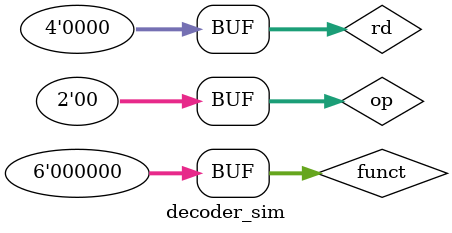
<source format=v>
`timescale 1ns / 1ps


module decoder_sim;

	// Inputs
	reg [1:0] op;
	reg [5:0] funct;
	reg [3:0] rd;

	// Outputs
	wire [1:0] flagW;
	wire PCS;
	wire regW;
	wire memW;
	wire memtoReg;
	wire ALUSrc;
	wire [1:0] immSrc;
	wire [1:0] regSrc;
	wire [3:0] ALUControl;

	// Instantiate the Unit Under Test (UUT)
	decoder uut (
		.op(op), 
		.funct(funct), 
		.rd(rd), 
		.flagW(flagW), 
		.PCS(PCS), 
		.regW(regW), 
		.memW(memW), 
		.memtoReg(memtoReg), 
		.ALUSrc(ALUSrc), 
		.immSrc(immSrc), 
		.regSrc(regSrc), 
		.ALUControl(ALUControl)
	);

	initial begin
		// Initialize Inputs
		op = 0;
		funct = 0;
		rd = 0;

		// Wait 100 ns for global reset to finish
		#100;
        
		// Add stimulus here

	end
      
endmodule


</source>
